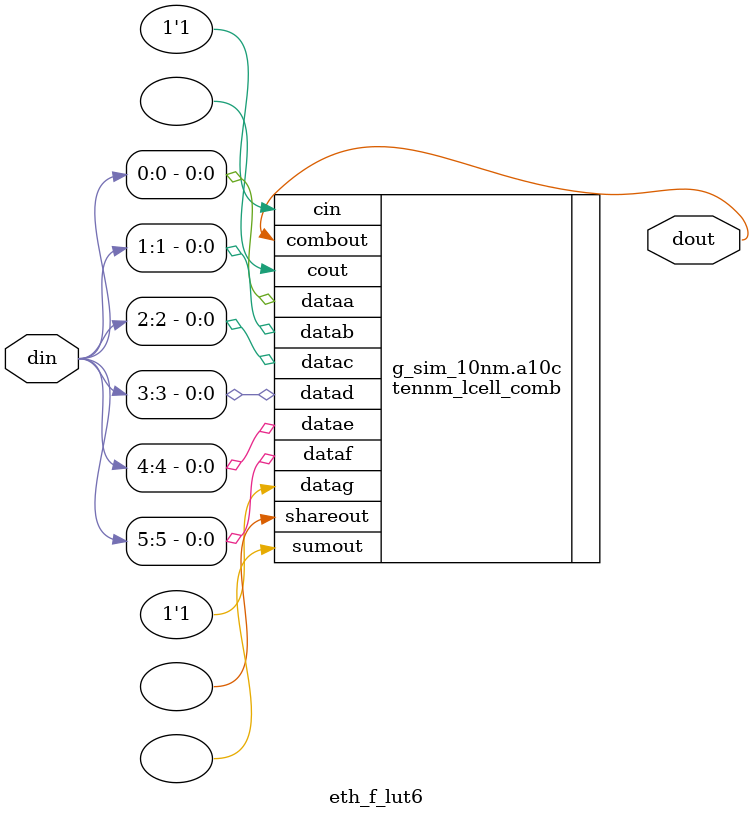
<source format=v>


`timescale 1ns / 1ps
// synthesis translate_on

module eth_f_lut6 #(
    parameter MASK = 64'h80000000_00000000,
    parameter SIM_EMULATE = 1'b0
) (
    input [5:0] din,
    output dout
);

generate
    if (SIM_EMULATE) begin : g_sim_emulate
        assign dout = MASK [din];
    end else begin : g_sim_10nm
        //Note: the S5 cell is 99% the same, and compatible
        //stratixv_lcell_comb a10c (
 
        tennm_lcell_comb a10c (
            .dataa (din[0]),
            .datab (din[1]),
            .datac (din[2]),
            .datad (din[3]),
            .datae (din[4]),
            .dataf (din[5]),
            .datag(1'b1),
            .cin(1'b1),
            // synthesis translate_off
            // this is for stratix 10 (fourteen) but not the others
            .datah(1'b1),
            // this does not exist in S10, but is partially there in the models right this second
            .sharein(1'b0),
            // synthesis translate_on
            
            .sumout(),.cout(),.shareout(),
            .combout(dout)
        );
        defparam a10c .lut_mask = MASK;
        defparam a10c .shared_arith = "off";
        defparam a10c .extended_lut = "off";
    end
endgenerate

endmodule
`ifdef QUESTA_INTEL_OEM
`pragma questa_oem_00 "HEQcwkIk4AJUnyybgwol/5f4LNrpC62dnM4HE75Mb8kxROzHwkOVqUjjNakwyQUVn3rWDca7QqKGruQoj2QI6diWrHBuVPm2ePzJYe0opoRKRsrSLsozd6ihfZo7Y4AobDGlA0sx1RWdC2xxmhs6EhsIEYbW0OeABq8z3YlmhZOCNJP7S54htV6uHLAYjjaGmL7pkx5+dyKYUHnNRVlphInbKBlJ9OHWSVdDlWH+1XaeP48avRWOmTTZcIeqtEBbUx807iOk2qMiYoYYVQtVTATzpYsyYg+zmAXOlbqU+b9o/1puEixiCrCUqTGcLzutaab8ukek7iEATY19AlSGkpnQP7tRy1HZz4dsmeso/rNvpNVAxSwq/5ZqBdouE73Cjw1CZUhzGYT+uI7touN8GjARiwutkVZ1iqOlpSWBadpHKG1rG4ItJ5W/rlI6LWrGUG4JnGHH1AcVCPwlEVeyV4wWWPbiElUIchos9VLozM2ftgkUEh5CG4O0DzZUJ/ZBBDxT662lDlqDB8FpQzVZWw84H2GSFoMISo5ozT8oUBbp5/OaAv548Z6ynaYUIANqAkb/64Fylp7mTSIGWjCaZhdYko2iUkDw7KQc4t7ofx7mhgjaIy4yfPSnXi4D7GcAF/0oEnjoLz4MzXJscjRz1Ua/c1k/hXtap6qe8OnYKloTSE0CKhJ8zeleKw2HlUeNj4JqZ8y6ATial3ZwrPm4+gmJXtCOZ1jsQ5nXLN19zK8jW9B5ckkte7ZJYDU75BfjdxBrpu39no5kLqhoBoV6Mq3AFPoqFUpoIaRFENp36qHS5mDqAsGa6/HzgbtB1XT0dQXuhnC8aWdudYmT+CSMVQtwpOJ3rfjWrbTD1ZlIkg+eZWRUy9/7wdtb+vOLk/Fy147+KeJy/oG/DgSsdfm/Zf0ETvpNOdgEFshjcQnatQH3GjX4tw4XILYAif0I9/m5T8HozkIuDBpesKj8ha/bFD8EewpmnweI0MKaUfGsJ0N26xsoVH/VMw5uA8tX8MWX"
`endif
</source>
